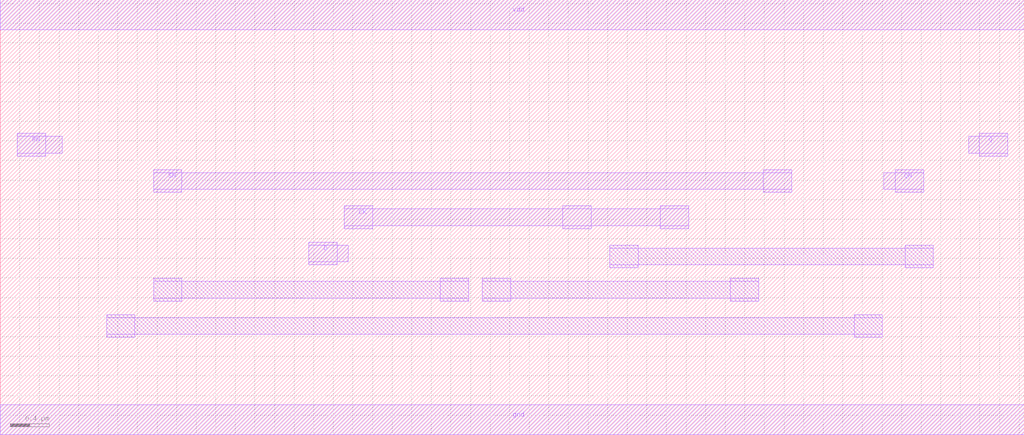
<source format=lef>
VERSION 5.6 ;
BUSBITCHARS "[]" ;
DIVIDERCHAR "/" ;

MACRO ADDFX1
  CLASS CORE ;
  ORIGIN 0 0 ;
  FOREIGN ADDFX1 0 0 ;
  SIZE 7.04 BY 4.44 ;
  SYMMETRY X Y ;
  SITE 12T ;
  PIN gnd
    DIRECTION INOUT ;
    USE GROUND ;
    SHAPE ABUTMENT ;
    PORT
      LAYER met1 ;
        RECT 0 0 7.04 0.305 ;
    END
  END gnd
  PIN vdd
    DIRECTION INOUT ;
    USE POWER ;
    SHAPE ABUTMENT ;
    PORT
      LAYER met1 ;
        RECT 0 4.135 7.04 4.44 ;
    END
  END vdd
  PIN A
    DIRECTION INPUT ;
    USE SIGNAL ;
    PORT
      LAYER met1 ;
        RECT 5.01 1.735 5.3 1.965 ;
        RECT 0.34 1.765 5.3 1.935 ;
        RECT 2.35 1.735 2.64 1.965 ;
        RECT 0.34 1.735 0.63 1.965 ;
    END
  END A
  PIN B
    DIRECTION INPUT ;
    USE SIGNAL ;
    PORT
      LAYER met1 ;
        RECT 4.12 2.475 4.41 2.705 ;
        RECT 0.34 2.51 4.41 2.675 ;
        RECT 4.06 2.505 4.41 2.675 ;
        RECT 0.34 2.505 3.67 2.675 ;
        RECT 2.83 2.475 3.12 2.705 ;
        RECT 2.16 2.475 2.45 2.705 ;
        RECT 0.34 2.475 0.63 2.705 ;
    END
  END B
  PIN CI
    DIRECTION INPUT ;
    USE SIGNAL ;
    PORT
      LAYER met1 ;
        RECT 4.6 2.105 4.89 2.335 ;
        RECT 0.4 2.135 4.89 2.305 ;
        RECT 3.27 2.105 3.56 2.335 ;
        RECT 1.18 2.105 1.47 2.335 ;
    END
  END CI
  PIN CO
    DIRECTION OUTPUT ;
    USE SIGNAL ;
    PORT
      LAYER met1 ;
        RECT 6.605 2.845 6.895 3.075 ;
        RECT 6.495 2.875 6.895 3.045 ;
    END
  END CO
  PIN CON
    DIRECTION OUTPUT ;
    USE SIGNAL ;
    PORT
      LAYER met1 ;
        RECT 5.995 1.365 6.285 1.595 ;
        RECT 1.52 1.395 6.285 1.565 ;
        RECT 3.825 1.365 4.115 1.595 ;
        RECT 1.52 1.365 1.81 1.595 ;
    END
  END CON
  PIN S
    DIRECTION OUTPUT ;
    USE SIGNAL ;
    PORT
      LAYER met1 ;
        RECT 5.655 3.22 5.945 3.45 ;
        RECT 5.545 3.25 5.945 3.42 ;
    END
  END S
END ADDFX1

MACRO AND2X1
  CLASS CORE ;
  ORIGIN 0 0 ;
  FOREIGN AND2X1 0 0 ;
  SIZE 1.87 BY 4.44 ;
  SYMMETRY X Y ;
  SITE 12T ;
  PIN gnd
    DIRECTION INOUT ;
    USE GROUND ;
    SHAPE ABUTMENT ;
    PORT
      LAYER met1 ;
        RECT 0 0 1.87 0.305 ;
    END
  END gnd
  PIN vdd
    DIRECTION INOUT ;
    USE POWER ;
    SHAPE ABUTMENT ;
    PORT
      LAYER met1 ;
        RECT 0 4.135 1.87 4.44 ;
    END
  END vdd
  PIN A
    DIRECTION INPUT ;
    USE SIGNAL ;
    PORT
      LAYER met1 ;
        RECT 0.125 2.875 0.525 3.045 ;
        RECT 0.125 2.845 0.415 3.075 ;
    END
  END A
  PIN B
    DIRECTION INPUT ;
    USE SIGNAL ;
    PORT
      LAYER met1 ;
        RECT 0.805 2.475 1.095 2.705 ;
        RECT 0.7 2.505 1.095 2.675 ;
    END
  END B
  PIN Y
    DIRECTION OUTPUT ;
    USE SIGNAL ;
    PORT
      LAYER met1 ;
        RECT 1.405 2.105 1.695 2.335 ;
        RECT 1.405 0.995 1.695 1.225 ;
        RECT 1.465 0.995 1.635 2.335 ;
    END
  END Y
END AND2X1

MACRO AND2X2
  CLASS CORE ;
  ORIGIN 0 0 ;
  FOREIGN AND2X2 0 0 ;
  SIZE 2.31 BY 4.44 ;
  SYMMETRY X Y ;
  SITE 12T ;
  PIN gnd
    DIRECTION INOUT ;
    USE GROUND ;
    SHAPE ABUTMENT ;
    PORT
      LAYER met1 ;
        RECT 0 0 2.31 0.305 ;
    END
  END gnd
  PIN vdd
    DIRECTION INOUT ;
    USE POWER ;
    SHAPE ABUTMENT ;
    PORT
      LAYER met1 ;
        RECT 0 4.135 2.31 4.44 ;
    END
  END vdd
  PIN A
    DIRECTION INPUT ;
    USE SIGNAL ;
    PORT
      LAYER met1 ;
        RECT 0.125 2.875 0.525 3.045 ;
        RECT 0.125 2.845 0.415 3.075 ;
    END
  END A
  PIN B
    DIRECTION INPUT ;
    USE SIGNAL ;
    PORT
      LAYER met1 ;
        RECT 0.805 2.475 1.095 2.705 ;
        RECT 0.7 2.505 1.095 2.675 ;
    END
  END B
  PIN Y
    DIRECTION OUTPUT ;
    USE SIGNAL ;
    PORT
      LAYER met1 ;
        RECT 1.405 2.105 1.695 2.335 ;
        RECT 1.405 0.995 1.695 1.225 ;
        RECT 1.465 0.995 1.635 2.335 ;
    END
  END Y
END AND2X2

MACRO ANT
  CLASS CORE ;
  ORIGIN 0 0 ;
  FOREIGN ANT 0 0 ;
  SIZE 0.99 BY 4.44 ;
  SYMMETRY X Y ;
  SITE 12T ;
  PIN gnd
    DIRECTION INOUT ;
    USE GROUND ;
    SHAPE ABUTMENT ;
    PORT
      LAYER met1 ;
        RECT 0 0 0.99 0.305 ;
    END
  END gnd
  PIN vdd
    DIRECTION INOUT ;
    USE POWER ;
    SHAPE ABUTMENT ;
    PORT
      LAYER met1 ;
        RECT 0 4.135 0.99 4.44 ;
    END
  END vdd
  PIN A
    DIRECTION INPUT ;
    USE SIGNAL ;
    PORT
      LAYER met1 ;
        RECT 0.175 2.105 0.54 2.335 ;
    END
  END A
END ANT

MACRO ANTFILL
  CLASS CORE ;
  ORIGIN 0 0 ;
  FOREIGN ANTFILL 0 0 ;
  SIZE 0.99 BY 4.44 ;
  SYMMETRY X Y ;
  SITE 12T ;
  PIN gnd
    DIRECTION INOUT ;
    USE GROUND ;
    SHAPE ABUTMENT ;
    PORT
      LAYER met1 ;
        RECT 0 0 0.99 0.305 ;
    END
  END gnd
  PIN vdd
    DIRECTION INOUT ;
    USE POWER ;
    SHAPE ABUTMENT ;
    PORT
      LAYER met1 ;
        RECT 0 4.135 0.99 4.44 ;
    END
  END vdd
  PIN A
    DIRECTION INPUT ;
    USE SIGNAL ;
    PORT
      LAYER met1 ;
        RECT 0.175 2.115 0.54 2.345 ;
    END
  END A
END ANTFILL

MACRO AOI21XL
  CLASS CORE ;
  ORIGIN 0 0 ;
  FOREIGN AOI21XL 0 0 ;
  SIZE 1.87 BY 4.44 ;
  SYMMETRY X Y ;
  SITE 12T ;
  PIN gnd
    DIRECTION INOUT ;
    USE GROUND ;
    SHAPE ABUTMENT ;
    PORT
      LAYER met1 ;
        RECT 0 0 1.87 0.305 ;
    END
  END gnd
  PIN vdd
    DIRECTION INOUT ;
    USE POWER ;
    SHAPE ABUTMENT ;
    PORT
      LAYER met1 ;
        RECT 0 4.135 1.87 4.44 ;
    END
  END vdd
  PIN A0
    DIRECTION INPUT ;
    USE SIGNAL ;
    PORT
      LAYER met1 ;
        RECT 0.24 2.875 0.64 3.045 ;
        RECT 0.24 2.845 0.53 3.075 ;
    END
  END A0
  PIN A1
    DIRECTION INPUT ;
    USE SIGNAL ;
    PORT
      LAYER met1 ;
        RECT 0.58 2.505 0.98 2.675 ;
        RECT 0.58 2.475 0.87 2.705 ;
    END
  END A1
  PIN B0
    DIRECTION INPUT ;
    USE SIGNAL ;
    PORT
      LAYER met1 ;
        RECT 1.02 2.105 1.31 2.335 ;
        RECT 0.91 2.135 1.31 2.305 ;
    END
  END B0
  PIN Y
    DIRECTION OUTPUT ;
    USE SIGNAL ;
    PORT
      LAYER met1 ;
        RECT 1.405 1.735 1.695 1.965 ;
        RECT 1.465 1.025 1.635 1.965 ;
        RECT 0.905 1.025 1.635 1.195 ;
        RECT 0.905 0.995 1.195 1.225 ;
    END
  END Y
END AOI21XL

MACRO BUFX1
  CLASS CORE ;
  ORIGIN 0 0 ;
  FOREIGN BUFX1 0 0 ;
  SIZE 1.43 BY 4.44 ;
  SYMMETRY X Y ;
  SITE 12T ;
  PIN gnd
    DIRECTION INOUT ;
    USE GROUND ;
    SHAPE ABUTMENT ;
    PORT
      LAYER met1 ;
        RECT 0 0 1.43 0.305 ;
    END
  END gnd
  PIN vdd
    DIRECTION INOUT ;
    USE POWER ;
    SHAPE ABUTMENT ;
    PORT
      LAYER met1 ;
        RECT 0 4.135 1.43 4.44 ;
    END
  END vdd
  PIN A
    DIRECTION INPUT ;
    USE SIGNAL ;
    PORT
      LAYER met1 ;
        RECT 0.49 2.845 0.78 3.075 ;
        RECT 0.32 2.875 0.78 3.045 ;
    END
  END A
  PIN Y
    DIRECTION OUTPUT ;
    USE SIGNAL ;
    PORT
      LAYER met1 ;
        RECT 0.975 2.475 1.265 2.705 ;
        RECT 0.975 0.995 1.265 1.225 ;
        RECT 1.035 0.995 1.205 2.705 ;
    END
  END Y
END BUFX1

MACRO BUFX2
  CLASS CORE ;
  ORIGIN 0 0 ;
  FOREIGN BUFX2 0 0 ;
  SIZE 1.87 BY 4.44 ;
  SYMMETRY X Y ;
  SITE 12T ;
  PIN gnd
    DIRECTION INOUT ;
    USE GROUND ;
    SHAPE ABUTMENT ;
    PORT
      LAYER met1 ;
        RECT 0 0 1.87 0.305 ;
    END
  END gnd
  PIN vdd
    DIRECTION INOUT ;
    USE POWER ;
    SHAPE ABUTMENT ;
    PORT
      LAYER met1 ;
        RECT 0 4.135 1.87 4.44 ;
    END
  END vdd
  PIN A
    DIRECTION INPUT ;
    USE SIGNAL ;
    PORT
      LAYER met1 ;
        RECT 0.49 2.845 0.78 3.075 ;
        RECT 0.32 2.875 0.78 3.045 ;
    END
  END A
  PIN Y
    DIRECTION OUTPUT ;
    USE SIGNAL ;
    PORT
      LAYER met1 ;
        RECT 0.975 2.475 1.265 2.705 ;
        RECT 0.975 0.995 1.265 1.225 ;
        RECT 1.035 0.995 1.205 2.705 ;
    END
  END Y
END BUFX2

MACRO BUFX4
  CLASS CORE ;
  ORIGIN 0 0 ;
  FOREIGN BUFX4 0 0 ;
  SIZE 2.75 BY 4.44 ;
  SYMMETRY X Y ;
  SITE 12T ;
  PIN gnd
    DIRECTION INOUT ;
    USE GROUND ;
    SHAPE ABUTMENT ;
    PORT
      LAYER met1 ;
        RECT 0 0 2.75 0.305 ;
    END
  END gnd
  PIN vdd
    DIRECTION INOUT ;
    USE POWER ;
    SHAPE ABUTMENT ;
    PORT
      LAYER met1 ;
        RECT 0 4.135 2.75 4.44 ;
    END
  END vdd
  PIN A
    DIRECTION INPUT ;
    USE SIGNAL ;
    PORT
      LAYER met1 ;
        RECT 0.49 2.845 0.78 3.075 ;
        RECT 0.32 2.875 0.78 3.045 ;
    END
  END A
  PIN Y
    DIRECTION OUTPUT ;
    USE SIGNAL ;
    PORT
      LAYER met1 ;
        RECT 1.835 2.475 2.125 2.705 ;
        RECT 1.835 0.995 2.125 1.225 ;
        RECT 1.895 0.995 2.065 2.705 ;
        RECT 0.975 2.505 2.125 2.675 ;
        RECT 0.975 1.025 2.125 1.195 ;
        RECT 0.975 2.475 1.265 2.705 ;
        RECT 0.975 0.995 1.265 1.225 ;
        RECT 1.035 0.995 1.205 2.705 ;
    END
  END Y
END BUFX4

MACRO DFFSRX1
  CLASS CORE ;
  ORIGIN 0 0 ;
  FOREIGN DFFSRX1 0 0 ;
  SIZE 10.45 BY 4.44 ;
  SYMMETRY X Y ;
  SITE 12T ;
  PIN gnd
    DIRECTION INOUT ;
    USE GROUND ;
    SHAPE ABUTMENT ;
    PORT
      LAYER met1 ;
        RECT 0 0 10.45 0.305 ;
    END
  END gnd
  PIN vdd
    DIRECTION INOUT ;
    USE POWER ;
    SHAPE ABUTMENT ;
    PORT
      LAYER met1 ;
        RECT 0 4.135 10.45 4.44 ;
    END
  END vdd
  PIN CK
    DIRECTION INPUT ;
    USE SIGNAL ;
    PORT
      LAYER met1 ;
        RECT 6.735 2.105 7.025 2.335 ;
        RECT 3.51 2.135 7.025 2.305 ;
        RECT 5.74 2.105 6.03 2.335 ;
        RECT 3.51 2.105 3.8 2.335 ;
    END
  END CK
  PIN D
    DIRECTION INPUT ;
    USE SIGNAL ;
    PORT
      LAYER met1 ;
        RECT 3.15 1.765 3.55 1.935 ;
        RECT 3.15 1.735 3.44 1.965 ;
    END
  END D
  PIN Q
    DIRECTION OUTPUT ;
    USE SIGNAL ;
    PORT
      LAYER met1 ;
        RECT 9.995 2.845 10.285 3.075 ;
        RECT 9.885 2.875 10.285 3.045 ;
    END
  END Q
  PIN QN
    DIRECTION OUTPUT ;
    USE SIGNAL ;
    PORT
      LAYER met1 ;
        RECT 9.135 2.475 9.425 2.705 ;
        RECT 9.02 2.505 9.425 2.675 ;
    END
  END QN
  PIN RN
    DIRECTION INPUT ;
    USE SIGNAL ;
    PORT
      LAYER met1 ;
        RECT 0.175 2.875 0.635 3.045 ;
        RECT 0.175 2.845 0.465 3.075 ;
    END
  END RN
  PIN SN
    DIRECTION OUTPUT ;
    USE SIGNAL ;
    PORT
      LAYER met1 ;
        RECT 7.79 2.475 8.08 2.705 ;
        RECT 1.565 2.505 8.08 2.675 ;
        RECT 1.565 2.475 1.855 2.705 ;
    END
  END SN
  OBS
    LAYER met1 ;
      RECT 9.235 1.705 9.525 1.935 ;
      RECT 6.22 1.705 6.51 1.935 ;
      RECT 6.22 1.735 9.525 1.905 ;
      RECT 8.715 0.995 9.005 1.225 ;
      RECT 1.085 0.995 1.375 1.225 ;
      RECT 1.085 1.025 9.005 1.195 ;
      RECT 7.45 1.365 7.74 1.595 ;
      RECT 4.92 1.365 5.21 1.595 ;
      RECT 4.92 1.395 7.74 1.565 ;
      RECT 4.49 1.365 4.78 1.595 ;
      RECT 1.565 1.365 1.855 1.595 ;
      RECT 1.565 1.395 4.78 1.565 ;
  END
END DFFSRX1

MACRO DFFX1
  CLASS CORE ;
  ORIGIN 0 0 ;
  FOREIGN DFFX1 0 0 ;
  SIZE 7.26 BY 4.44 ;
  SYMMETRY X Y ;
  SITE 12T ;
  PIN gnd
    DIRECTION INOUT ;
    USE GROUND ;
    SHAPE ABUTMENT ;
    PORT
      LAYER met1 ;
        RECT 0 0 7.26 0.305 ;
    END
  END gnd
  PIN vdd
    DIRECTION INOUT ;
    USE POWER ;
    SHAPE ABUTMENT ;
    PORT
      LAYER met1 ;
        RECT 0 4.135 7.26 4.44 ;
    END
  END vdd
  PIN CK
    DIRECTION INPUT ;
    USE SIGNAL ;
    PORT
      LAYER met1 ;
        RECT 4.43 2.105 4.72 2.335 ;
        RECT 1.205 2.135 4.72 2.305 ;
        RECT 3.435 2.105 3.725 2.335 ;
        RECT 1.205 2.105 1.495 2.335 ;
    END
  END CK
  PIN D
    DIRECTION INPUT ;
    USE SIGNAL ;
    PORT
      LAYER met1 ;
        RECT 0.845 1.765 1.245 1.935 ;
        RECT 0.845 1.735 1.135 1.965 ;
    END
  END D
  PIN Q
    DIRECTION OUTPUT ;
    USE SIGNAL ;
    PORT
      LAYER met1 ;
        RECT 6.83 2.845 7.12 3.075 ;
        RECT 6.715 2.875 7.12 3.045 ;
    END
  END Q
  PIN QN
    DIRECTION OUTPUT ;
    USE SIGNAL ;
    PORT
      LAYER met1 ;
        RECT 5.97 2.475 6.26 2.705 ;
        RECT 5.86 2.505 6.26 2.675 ;
    END
  END QN
  OBS
    LAYER met1 ;
      RECT 6.07 1.705 6.36 1.935 ;
      RECT 3.915 1.705 4.205 1.935 ;
      RECT 3.915 1.735 6.36 1.905 ;
      RECT 5.03 1.365 5.32 1.595 ;
      RECT 2.615 1.365 2.905 1.595 ;
      RECT 2.615 1.395 5.32 1.565 ;
      RECT 2.185 1.365 2.475 1.595 ;
      RECT 0.14 1.365 0.43 1.595 ;
      RECT 0.14 1.395 2.475 1.565 ;
  END
END DFFX1

MACRO FILLX1
  CLASS CORE ;
  ORIGIN 0 0 ;
  FOREIGN FILLX1 0 0 ;
  SIZE 0.11 BY 4.44 ;
  SYMMETRY X Y ;
  SITE 12T ;
  PIN gnd
    DIRECTION INOUT ;
    USE GROUND ;
    SHAPE ABUTMENT ;
    PORT
      LAYER met1 ;
        RECT 0 0 0.11 0.305 ;
    END
  END gnd
  PIN vdd
    DIRECTION INOUT ;
    USE POWER ;
    SHAPE ABUTMENT ;
    PORT
      LAYER met1 ;
        RECT 0 4.135 0.11 4.44 ;
    END
  END vdd
END FILLX1

MACRO FILLX16
  CLASS CORE ;
  ORIGIN 0 0 ;
  FOREIGN FILLX16 0 0 ;
  SIZE 1.76 BY 4.44 ;
  SYMMETRY X Y ;
  SITE 12T ;
  PIN gnd
    DIRECTION INOUT ;
    USE GROUND ;
    SHAPE ABUTMENT ;
    PORT
      LAYER met1 ;
        RECT 0 0 1.76 0.305 ;
    END
  END gnd
  PIN vdd
    DIRECTION INOUT ;
    USE POWER ;
    SHAPE ABUTMENT ;
    PORT
      LAYER met1 ;
        RECT 0 4.135 1.76 4.44 ;
    END
  END vdd
END FILLX16

MACRO FILLX2
  CLASS CORE ;
  ORIGIN 0 0 ;
  FOREIGN FILLX2 0 0 ;
  SIZE 0.22 BY 4.44 ;
  SYMMETRY X Y ;
  SITE 12T ;
  PIN gnd
    DIRECTION INOUT ;
    USE GROUND ;
    SHAPE ABUTMENT ;
    PORT
      LAYER met1 ;
        RECT 0 0 0.22 0.305 ;
    END
  END gnd
  PIN vdd
    DIRECTION INOUT ;
    USE POWER ;
    SHAPE ABUTMENT ;
    PORT
      LAYER met1 ;
        RECT 0 4.135 0.22 4.44 ;
    END
  END vdd
END FILLX2

MACRO FILLX32
  CLASS CORE ;
  ORIGIN 0 -0.58 ;
  FOREIGN FILLX32 0 0.58 ;
  SIZE 3.52 BY 4.44 ;
  SYMMETRY X Y ;
  SITE 12T ;
  PIN gnd
    DIRECTION INOUT ;
    USE GROUND ;
    SHAPE ABUTMENT ;
    PORT
      LAYER met1 ;
        RECT 0 0.58 3.52 0.885 ;
    END
  END gnd
  PIN vdd
    DIRECTION INOUT ;
    USE POWER ;
    SHAPE ABUTMENT ;
    PORT
      LAYER met1 ;
        RECT 0 4.715 3.52 5.02 ;
    END
  END vdd
END FILLX32

MACRO FILLX4
  CLASS CORE ;
  ORIGIN 0 0 ;
  FOREIGN FILLX4 0 0 ;
  SIZE 0.44 BY 4.44 ;
  SYMMETRY X Y ;
  SITE 12T ;
  PIN gnd
    DIRECTION INOUT ;
    USE GROUND ;
    SHAPE ABUTMENT ;
    PORT
      LAYER met1 ;
        RECT 0 0 0.44 0.305 ;
    END
  END gnd
  PIN vdd
    DIRECTION INOUT ;
    USE POWER ;
    SHAPE ABUTMENT ;
    PORT
      LAYER met1 ;
        RECT 0 4.135 0.44 4.44 ;
    END
  END vdd
END FILLX4

MACRO FILLX8
  CLASS CORE ;
  ORIGIN 0 0 ;
  FOREIGN FILLX8 0 0 ;
  SIZE 0.88 BY 4.44 ;
  SYMMETRY X Y ;
  SITE 12T ;
  PIN gnd
    DIRECTION INOUT ;
    USE GROUND ;
    SHAPE ABUTMENT ;
    PORT
      LAYER met1 ;
        RECT 0 0 0.88 0.305 ;
    END
  END gnd
  PIN vdd
    DIRECTION INOUT ;
    USE POWER ;
    SHAPE ABUTMENT ;
    PORT
      LAYER met1 ;
        RECT 0 4.135 0.88 4.44 ;
    END
  END vdd
END FILLX8

MACRO INVX1
  CLASS CORE ;
  ORIGIN 0 0 ;
  FOREIGN INVX1 0 0 ;
  SIZE 0.99 BY 4.44 ;
  SYMMETRY X Y ;
  SITE 12T ;
  PIN gnd
    DIRECTION INOUT ;
    USE GROUND ;
    SHAPE ABUTMENT ;
    PORT
      LAYER met1 ;
        RECT 0 0 0.99 0.305 ;
    END
  END gnd
  PIN vdd
    DIRECTION INOUT ;
    USE POWER ;
    SHAPE ABUTMENT ;
    PORT
      LAYER met1 ;
        RECT 0 4.135 0.99 4.44 ;
    END
  END vdd
  PIN A
    DIRECTION INPUT ;
    USE SIGNAL ;
    PORT
      LAYER met1 ;
        RECT 0.175 2.875 0.635 3.045 ;
        RECT 0.175 2.845 0.465 3.075 ;
    END
  END A
  PIN Y
    DIRECTION OUTPUT ;
    USE SIGNAL ;
    PORT
      LAYER met1 ;
        RECT 0.545 2.475 0.835 2.705 ;
        RECT 0.545 0.995 0.835 1.225 ;
        RECT 0.605 0.995 0.775 2.705 ;
    END
  END Y
END INVX1

MACRO INVX2
  CLASS CORE ;
  ORIGIN 0 0 ;
  FOREIGN INVX2 0 0 ;
  SIZE 1.43 BY 4.44 ;
  SYMMETRY X Y ;
  SITE 12T ;
  PIN gnd
    DIRECTION INOUT ;
    USE GROUND ;
    SHAPE ABUTMENT ;
    PORT
      LAYER met1 ;
        RECT 0 0 1.43 0.305 ;
    END
  END gnd
  PIN vdd
    DIRECTION INOUT ;
    USE POWER ;
    SHAPE ABUTMENT ;
    PORT
      LAYER met1 ;
        RECT 0 4.135 1.43 4.44 ;
    END
  END vdd
  PIN A
    DIRECTION INPUT ;
    USE SIGNAL ;
    PORT
      LAYER met1 ;
        RECT 0.175 2.875 0.635 3.045 ;
        RECT 0.175 2.845 0.465 3.075 ;
    END
  END A
  PIN Y
    DIRECTION OUTPUT ;
    USE SIGNAL ;
    PORT
      LAYER met1 ;
        RECT 0.545 2.475 0.835 2.705 ;
        RECT 0.545 0.995 0.835 1.225 ;
        RECT 0.605 0.995 0.775 2.705 ;
    END
  END Y
END INVX2

MACRO INVX4
  CLASS CORE ;
  ORIGIN 0 0 ;
  FOREIGN INVX4 0 0 ;
  SIZE 2.31 BY 4.44 ;
  SYMMETRY X Y ;
  SITE 12T ;
  PIN gnd
    DIRECTION INOUT ;
    USE GROUND ;
    SHAPE ABUTMENT ;
    PORT
      LAYER met1 ;
        RECT 0 0 2.31 0.305 ;
    END
  END gnd
  PIN vdd
    DIRECTION INOUT ;
    USE POWER ;
    SHAPE ABUTMENT ;
    PORT
      LAYER met1 ;
        RECT 0 4.135 2.31 4.44 ;
    END
  END vdd
  PIN A
    DIRECTION INPUT ;
    USE SIGNAL ;
    PORT
      LAYER met1 ;
        RECT 0.175 2.875 0.635 3.045 ;
        RECT 0.175 2.845 0.465 3.075 ;
    END
  END A
  PIN Y
    DIRECTION OUTPUT ;
    USE SIGNAL ;
    PORT
      LAYER met1 ;
        RECT 1.405 2.475 1.695 2.705 ;
        RECT 1.405 0.995 1.695 1.225 ;
        RECT 1.465 0.995 1.635 2.705 ;
        RECT 0.545 2.505 1.695 2.675 ;
        RECT 0.545 1.025 1.695 1.195 ;
        RECT 0.545 2.475 0.835 2.705 ;
        RECT 0.545 0.995 0.835 1.225 ;
        RECT 0.605 0.995 0.775 2.705 ;
    END
  END Y
END INVX4

MACRO INVX8
  CLASS CORE ;
  ORIGIN 0 0 ;
  FOREIGN INVX8 0 0 ;
  SIZE 4.07 BY 4.44 ;
  SYMMETRY X Y ;
  SITE 12T ;
  PIN gnd
    DIRECTION INOUT ;
    USE GROUND ;
    SHAPE ABUTMENT ;
    PORT
      LAYER met1 ;
        RECT 0 0 4.07 0.305 ;
    END
  END gnd
  PIN vdd
    DIRECTION INOUT ;
    USE POWER ;
    SHAPE ABUTMENT ;
    PORT
      LAYER met1 ;
        RECT 0 4.135 4.07 4.44 ;
    END
  END vdd
  PIN A
    DIRECTION INPUT ;
    USE SIGNAL ;
    PORT
      LAYER met1 ;
        RECT 0.175 2.875 0.635 3.045 ;
        RECT 0.175 2.845 0.465 3.075 ;
    END
  END A
  PIN Y
    DIRECTION OUTPUT ;
    USE SIGNAL ;
    PORT
      LAYER met1 ;
        RECT 3.125 2.475 3.415 2.705 ;
        RECT 3.125 0.995 3.415 1.225 ;
        RECT 3.185 0.995 3.355 2.705 ;
        RECT 0.545 2.505 3.415 2.675 ;
        RECT 0.545 1.025 3.415 1.195 ;
        RECT 2.265 2.475 2.555 2.705 ;
        RECT 2.265 0.995 2.555 1.225 ;
        RECT 2.325 0.995 2.495 2.705 ;
        RECT 1.405 2.475 1.695 2.705 ;
        RECT 1.405 0.995 1.695 1.225 ;
        RECT 1.465 0.995 1.635 2.705 ;
        RECT 0.545 2.475 0.835 2.705 ;
        RECT 0.545 0.995 0.835 1.225 ;
        RECT 0.605 0.995 0.775 2.705 ;
    END
  END Y
END INVX8

MACRO NAND2X1
  CLASS CORE ;
  ORIGIN 0 0 ;
  FOREIGN NAND2X1 0 0 ;
  SIZE 1.43 BY 4.44 ;
  SYMMETRY X Y ;
  SITE 12T ;
  PIN gnd
    DIRECTION INOUT ;
    USE GROUND ;
    SHAPE ABUTMENT ;
    PORT
      LAYER met1 ;
        RECT 0 0 1.43 0.305 ;
    END
  END gnd
  PIN vdd
    DIRECTION INOUT ;
    USE POWER ;
    SHAPE ABUTMENT ;
    PORT
      LAYER met1 ;
        RECT 0 4.135 1.43 4.44 ;
    END
  END vdd
  PIN A
    DIRECTION INPUT ;
    USE SIGNAL ;
    PORT
      LAYER met1 ;
        RECT 0.175 2.875 0.575 3.045 ;
        RECT 0.175 2.845 0.465 3.075 ;
    END
  END A
  PIN B
    DIRECTION INPUT ;
    USE SIGNAL ;
    PORT
      LAYER met1 ;
        RECT 0.915 2.475 1.205 2.705 ;
        RECT 0.805 2.505 1.205 2.675 ;
    END
  END B
  PIN Y
    DIRECTION OUTPUT ;
    USE SIGNAL ;
    PORT
      LAYER met1 ;
        RECT 0.545 2.105 0.835 2.335 ;
        RECT 0.605 1.025 0.775 2.335 ;
        RECT 0.115 1.025 0.775 1.195 ;
        RECT 0.115 0.995 0.405 1.225 ;
    END
  END Y
END NAND2X1

MACRO NOR2X1
  CLASS CORE ;
  ORIGIN 0 0 ;
  FOREIGN NOR2X1 0 0 ;
  SIZE 1.43 BY 4.44 ;
  SYMMETRY X Y ;
  SITE 12T ;
  PIN gnd
    DIRECTION INOUT ;
    USE GROUND ;
    SHAPE ABUTMENT ;
    PORT
      LAYER met1 ;
        RECT 0 0 1.43 0.305 ;
    END
  END gnd
  PIN vdd
    DIRECTION INOUT ;
    USE POWER ;
    SHAPE ABUTMENT ;
    PORT
      LAYER met1 ;
        RECT 0 4.135 1.43 4.44 ;
    END
  END vdd
  PIN A
    DIRECTION INPUT ;
    USE SIGNAL ;
    PORT
      LAYER met1 ;
        RECT 0.845 2.845 1.135 3.075 ;
        RECT 0.74 2.875 1.135 3.045 ;
    END
  END A
  PIN B
    DIRECTION INPUT ;
    USE SIGNAL ;
    PORT
      LAYER met1 ;
        RECT 0.505 2.475 0.795 2.705 ;
        RECT 0.395 2.505 0.795 2.675 ;
    END
  END B
  PIN Y
    DIRECTION OUTPUT ;
    USE SIGNAL ;
    PORT
      LAYER met1 ;
        RECT 0.545 0.995 0.835 1.225 ;
        RECT 0.115 2.135 0.775 2.305 ;
        RECT 0.605 0.995 0.775 2.305 ;
        RECT 0.115 2.105 0.405 2.335 ;
    END
  END Y
END NOR2X1

MACRO OAI21XL
  CLASS CORE ;
  ORIGIN 0 0 ;
  FOREIGN OAI21XL 0 0 ;
  SIZE 1.87 BY 4.44 ;
  SYMMETRY X Y ;
  SITE 12T ;
  PIN gnd
    DIRECTION INOUT ;
    USE GROUND ;
    SHAPE ABUTMENT ;
    PORT
      LAYER met1 ;
        RECT 0 0 1.87 0.305 ;
    END
  END gnd
  PIN vdd
    DIRECTION INOUT ;
    USE POWER ;
    SHAPE ABUTMENT ;
    PORT
      LAYER met1 ;
        RECT 0 4.135 1.87 4.44 ;
    END
  END vdd
  PIN A0
    DIRECTION INPUT ;
    USE SIGNAL ;
    PORT
      LAYER met1 ;
        RECT 0.27 2.875 0.67 3.045 ;
        RECT 0.27 2.845 0.56 3.075 ;
    END
  END A0
  PIN A1
    DIRECTION INPUT ;
    USE SIGNAL ;
    PORT
      LAYER met1 ;
        RECT 0.75 2.505 1.15 2.675 ;
        RECT 0.75 2.475 1.04 2.705 ;
    END
  END A1
  PIN B0
    DIRECTION INPUT ;
    USE SIGNAL ;
    PORT
      LAYER met1 ;
        RECT 1.055 2.105 1.345 2.335 ;
        RECT 0.945 2.135 1.345 2.305 ;
    END
  END B0
  PIN Y
    DIRECTION OUTPUT ;
    USE SIGNAL ;
    PORT
      LAYER met1 ;
        RECT 1.405 0.995 1.695 1.225 ;
        RECT 1.395 1.735 1.685 1.965 ;
        RECT 1.465 0.995 1.635 1.965 ;
    END
  END Y
END OAI21XL

MACRO OR2X1
  CLASS CORE ;
  ORIGIN 0 0 ;
  FOREIGN OR2X1 0 0 ;
  SIZE 1.87 BY 4.44 ;
  SYMMETRY X Y ;
  SITE 12T ;
  PIN gnd
    DIRECTION INOUT ;
    USE GROUND ;
    SHAPE ABUTMENT ;
    PORT
      LAYER met1 ;
        RECT 0 0 1.87 0.305 ;
    END
  END gnd
  PIN vdd
    DIRECTION INOUT ;
    USE POWER ;
    SHAPE ABUTMENT ;
    PORT
      LAYER met1 ;
        RECT 0 4.135 1.87 4.44 ;
    END
  END vdd
  PIN A
    DIRECTION INPUT ;
    USE SIGNAL ;
    PORT
      LAYER met1 ;
        RECT 0.805 2.845 1.095 3.075 ;
        RECT 0.7 2.875 1.095 3.045 ;
    END
  END A
  PIN B
    DIRECTION INPUT ;
    USE SIGNAL ;
    PORT
      LAYER met1 ;
        RECT 0.125 2.505 0.525 2.675 ;
        RECT 0.125 2.475 0.415 2.705 ;
    END
  END B
  PIN Y
    DIRECTION OUTPUT ;
    USE SIGNAL ;
    PORT
      LAYER met1 ;
        RECT 1.405 2.105 1.695 2.335 ;
        RECT 1.405 0.995 1.695 1.225 ;
        RECT 1.465 0.995 1.635 2.335 ;
    END
  END Y
END OR2X1

MACRO OR2X2
  CLASS CORE ;
  ORIGIN 0 0 ;
  FOREIGN OR2X2 0 0 ;
  SIZE 2.31 BY 4.44 ;
  SYMMETRY X Y ;
  SITE 12T ;
  PIN gnd
    DIRECTION INOUT ;
    USE GROUND ;
    SHAPE ABUTMENT ;
    PORT
      LAYER met1 ;
        RECT 0 0 2.31 0.305 ;
    END
  END gnd
  PIN vdd
    DIRECTION INOUT ;
    USE POWER ;
    SHAPE ABUTMENT ;
    PORT
      LAYER met1 ;
        RECT 0 4.135 2.31 4.44 ;
    END
  END vdd
  PIN A
    DIRECTION INPUT ;
    USE SIGNAL ;
    PORT
      LAYER met1 ;
        RECT 0.805 2.845 1.095 3.075 ;
        RECT 0.7 2.875 1.095 3.045 ;
    END
  END A
  PIN B
    DIRECTION INPUT ;
    USE SIGNAL ;
    PORT
      LAYER met1 ;
        RECT 0.125 2.505 0.525 2.675 ;
        RECT 0.125 2.475 0.415 2.705 ;
    END
  END B
  PIN Y
    DIRECTION OUTPUT ;
    USE SIGNAL ;
    PORT
      LAYER met1 ;
        RECT 1.405 2.105 1.695 2.335 ;
        RECT 1.405 0.995 1.695 1.225 ;
        RECT 1.465 0.995 1.635 2.335 ;
    END
  END Y
END OR2X2

MACRO TBUFIX1
  CLASS CORE ;
  ORIGIN 0 0 ;
  FOREIGN TBUFIX1 0 0 ;
  SIZE 1.87 BY 4.44 ;
  SYMMETRY X Y ;
  SITE 12T ;
  PIN gnd
    DIRECTION INOUT ;
    USE GROUND ;
    SHAPE ABUTMENT ;
    PORT
      LAYER met1 ;
        RECT 0 0 1.87 0.305 ;
    END
  END gnd
  PIN vdd
    DIRECTION INOUT ;
    USE POWER ;
    SHAPE ABUTMENT ;
    PORT
      LAYER met1 ;
        RECT 0 4.135 1.87 4.44 ;
    END
  END vdd
  PIN A
    DIRECTION INPUT ;
    USE SIGNAL ;
    PORT
      LAYER met1 ;
        RECT 0.995 2.845 1.285 3.075 ;
        RECT 0.885 2.875 1.285 3.045 ;
    END
  END A
  PIN OE
    DIRECTION INPUT ;
    USE SIGNAL ;
    PORT
      LAYER met1 ;
        RECT 0.545 2.505 0.945 2.675 ;
        RECT 0.545 2.475 0.835 2.705 ;
        RECT 0.545 1.365 0.835 1.595 ;
        RECT 0.605 1.365 0.775 2.705 ;
    END
  END OE
  PIN Y
    DIRECTION OUTPUT ;
    USE SIGNAL ;
    PORT
      LAYER met1 ;
        RECT 1.335 2.105 1.625 2.335 ;
        RECT 1.335 0.995 1.625 1.225 ;
        RECT 1.395 0.995 1.565 2.335 ;
    END
  END Y
END TBUFIX1

MACRO TIEHI
  CLASS CORE ;
  ORIGIN 0 0 ;
  FOREIGN TIEHI 0 0 ;
  SIZE 0.99 BY 4.44 ;
  SYMMETRY X Y ;
  SITE 12T ;
  PIN gnd
    DIRECTION INOUT ;
    USE GROUND ;
    SHAPE ABUTMENT ;
    PORT
      LAYER met1 ;
        RECT 0 0 0.99 0.305 ;
    END
  END gnd
  PIN vdd
    DIRECTION INOUT ;
    USE POWER ;
    SHAPE ABUTMENT ;
    PORT
      LAYER met1 ;
        RECT 0 4.135 0.99 4.44 ;
    END
  END vdd
  PIN Y
    DIRECTION OUTPUT ;
    USE SIGNAL ;
    PORT
      LAYER met1 ;
        RECT 0.47 2.475 0.835 2.705 ;
    END
  END Y
END TIEHI

MACRO TIELO
  CLASS CORE ;
  ORIGIN 0 0 ;
  FOREIGN TIELO 0 0 ;
  SIZE 0.99 BY 4.44 ;
  SYMMETRY X Y ;
  SITE 12T ;
  PIN gnd
    DIRECTION INOUT ;
    USE GROUND ;
    SHAPE ABUTMENT ;
    PORT
      LAYER met1 ;
        RECT 0 0 0.99 0.305 ;
    END
  END gnd
  PIN vdd
    DIRECTION INOUT ;
    USE POWER ;
    SHAPE ABUTMENT ;
    PORT
      LAYER met1 ;
        RECT 0 4.135 0.99 4.44 ;
    END
  END vdd
  PIN Y
    DIRECTION OUTPUT ;
    USE SIGNAL ;
    PORT
      LAYER met1 ;
        RECT 0.47 1.365 0.835 1.595 ;
    END
  END Y
END TIELO

MACRO XNOR2XL
  CLASS CORE ;
  ORIGIN 0 0 ;
  FOREIGN XNOR2XL 0 0 ;
  SIZE 3.19 BY 4.44 ;
  SYMMETRY X Y ;
  SITE 12T ;
  PIN gnd
    DIRECTION INOUT ;
    USE GROUND ;
    SHAPE ABUTMENT ;
    PORT
      LAYER met1 ;
        RECT 0 0 3.19 0.305 ;
    END
  END gnd
  PIN vdd
    DIRECTION INOUT ;
    USE POWER ;
    SHAPE ABUTMENT ;
    PORT
      LAYER met1 ;
        RECT 0 4.135 3.19 4.44 ;
    END
  END vdd
  PIN A
    DIRECTION INPUT ;
    USE SIGNAL ;
    PORT
      LAYER met1 ;
        RECT 2 0.995 2.29 1.225 ;
        RECT 0.7 1.025 2.29 1.195 ;
        RECT 0.7 0.995 0.99 1.225 ;
    END
  END A
  PIN B
    DIRECTION INPUT ;
    USE SIGNAL ;
    PORT
      LAYER met1 ;
        RECT 2.385 1.365 2.675 1.595 ;
        RECT 2.275 1.395 2.675 1.565 ;
    END
  END B
  PIN Y
    DIRECTION OUTPUT ;
    USE SIGNAL ;
    PORT
      LAYER met1 ;
        RECT 1.28 2.845 1.57 3.075 ;
        RECT 1.28 1.365 1.57 1.595 ;
        RECT 1.34 1.365 1.51 3.075 ;
    END
  END Y
END XNOR2XL

MACRO XOR2XL
  CLASS CORE ;
  ORIGIN 0 0 ;
  FOREIGN XOR2XL 0 0 ;
  SIZE 3.19 BY 4.44 ;
  SYMMETRY X Y ;
  SITE 12T ;
  PIN gnd
    DIRECTION INOUT ;
    USE GROUND ;
    SHAPE ABUTMENT ;
    PORT
      LAYER met1 ;
        RECT 0 0 3.19 0.305 ;
    END
  END gnd
  PIN vdd
    DIRECTION INOUT ;
    USE POWER ;
    SHAPE ABUTMENT ;
    PORT
      LAYER met1 ;
        RECT 0 4.135 3.19 4.44 ;
    END
  END vdd
  PIN A
    DIRECTION INPUT ;
    USE SIGNAL ;
    PORT
      LAYER met1 ;
        RECT 2 2.845 2.29 3.075 ;
        RECT 0.94 2.875 2.29 3.045 ;
        RECT 0.94 2.845 1.23 3.075 ;
    END
  END A
  PIN B
    DIRECTION INPUT ;
    USE SIGNAL ;
    PORT
      LAYER met1 ;
        RECT 2.385 2.475 2.675 2.705 ;
        RECT 2.275 2.505 2.675 2.675 ;
    END
  END B
  PIN Y
    DIRECTION OUTPUT ;
    USE SIGNAL ;
    PORT
      LAYER met1 ;
        RECT 1.42 0.895 1.71 1.125 ;
        RECT 1.28 2.105 1.57 2.335 ;
        RECT 1.34 0.925 1.51 2.335 ;
    END
  END Y
END XOR2XL

END LIBRARY

</source>
